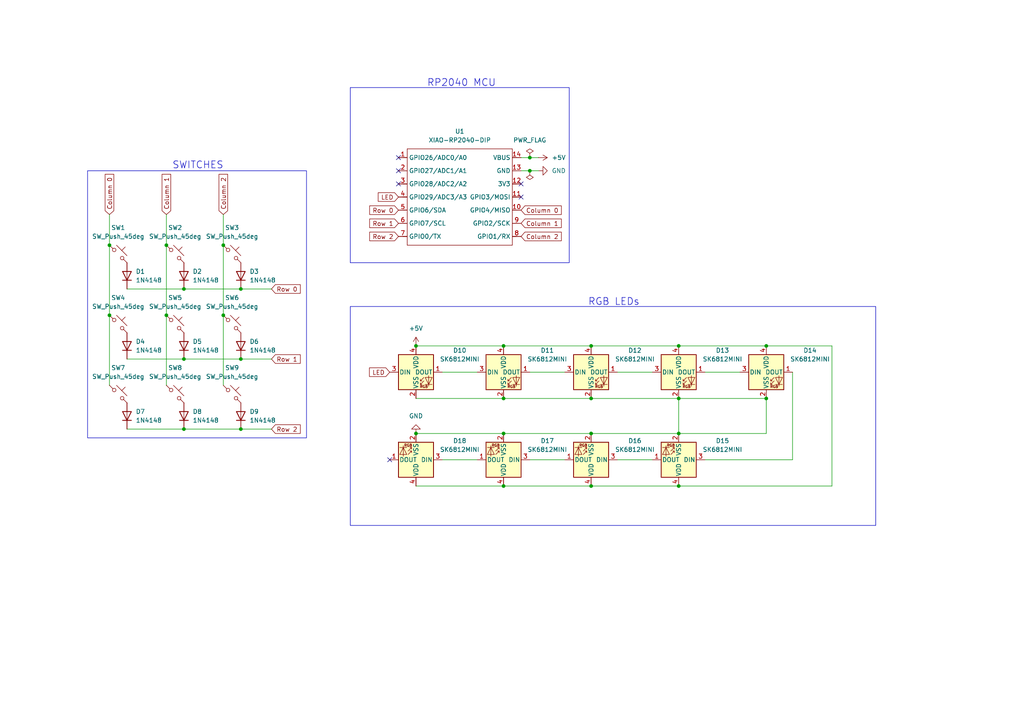
<source format=kicad_sch>
(kicad_sch (version 20231120) (generator "eeschema") (generator_version "8.0")
  (paper "A4")
  (title_block (title "KawaiiPad") (date "10/02/2025") (rev "2") (comment 1 "junyali") (comment 2 "https://github.com/junyali/KawaiiPad") (comment 3 "kawaiipad :3"))
  (lib_symbols
    (symbol "Diode:1N4148" (pin_numbers hide) (pin_names hide)
      (property "Reference" "D" (at 0 2.54 0))
      (property "Value" "1N4148" (at 0 -2.54 0))
      (symbol "1N4148_0_1"
        (polyline (pts (xy -1.27 1.27) (xy -1.27 -1.27)) (stroke (width 0.254)))
        (polyline (pts (xy 1.27 0) (xy -1.27 0)))
        (polyline (pts (xy 1.27 1.27) (xy 1.27 -1.27) (xy -1.27 0) (xy 1.27 1.27)) (stroke (width 0.254)))
      )
      (symbol "1N4148_1_1"
        (pin passive line (at -3.81 0 0) (length 2.54) (name "K") (number "1"))
        (pin passive line (at 3.81 0 180) (length 2.54) (name "A") (number "2"))
      )
    )
    (symbol "LED:SK6812MINI" (pin_names (offset 0.254))
      (property "Reference" "D" (at 5.08 5.715 0))
      (property "Value" "SK6812MINI" (at 1.27 -5.715 0))
      (symbol "SK6812MINI_0_0"
        (text "RGB" (at 2.286 -4.191 0) (effects (font (size 0.762 0.762))))
      )
      (symbol "SK6812MINI_0_1"
        (polyline (pts (xy 1.27 -3.556) (xy 1.778 -3.556)))
        (polyline (pts (xy 1.27 -2.54) (xy 1.778 -2.54)))
        (polyline (pts (xy 4.699 -3.556) (xy 2.667 -3.556)))
        (polyline (pts (xy 2.286 -2.54) (xy 1.27 -3.556) (xy 1.27 -3.048)))
        (polyline (pts (xy 2.286 -1.524) (xy 1.27 -2.54) (xy 1.27 -2.032)))
        (polyline (pts (xy 3.683 -1.016) (xy 3.683 -3.556) (xy 3.683 -4.064)))
        (polyline (pts (xy 4.699 -1.524) (xy 2.667 -1.524) (xy 3.683 -3.556) (xy 4.699 -1.524)))
        (rectangle (start 5.08 5.08) (end -5.08 -5.08) (stroke (width 0.254)) (fill (type background)))
      )
      (symbol "SK6812MINI_1_1"
        (pin output line (at 7.62 0 180) (length 2.54) (name "DOUT") (number "1"))
        (pin power_in line (at 0 -7.62 90) (length 2.54) (name "VSS") (number "2"))
        (pin input line (at -7.62 0 0) (length 2.54) (name "DIN") (number "3"))
        (pin power_in line (at 0 7.62 270) (length 2.54) (name "VDD") (number "4"))
      )
    )
    (symbol "OPL:XIAO-RP2040-DIP"
      (property "Reference" "U" (at 0 0 0))
      (property "Value" "XIAO-RP2040-DIP" (at 5.334 -1.778 0))
      (symbol "XIAO-RP2040-DIP_1_0"
        (polyline (pts (xy -1.27 -30.48) (xy -1.27 -16.51)) (stroke (width 0.1524)))
        (polyline (pts (xy -1.27 -27.94) (xy -2.54 -27.94)) (stroke (width 0.1524)))
        (polyline (pts (xy -1.27 -24.13) (xy -2.54 -24.13)) (stroke (width 0.1524)))
        (polyline (pts (xy -1.27 -20.32) (xy -2.54 -20.32)) (stroke (width 0.1524)))
        (polyline (pts (xy -1.27 -16.51) (xy -2.54 -16.51)) (stroke (width 0.1524)))
        (polyline (pts (xy -1.27 -16.51) (xy -1.27 -12.7)) (stroke (width 0.1524)))
        (polyline (pts (xy -1.27 -12.7) (xy -2.54 -12.7)) (stroke (width 0.1524)))
        (polyline (pts (xy -1.27 -12.7) (xy -1.27 -8.89)) (stroke (width 0.1524)))
        (polyline (pts (xy -1.27 -8.89) (xy -2.54 -8.89)) (stroke (width 0.1524)))
        (polyline (pts (xy -1.27 -8.89) (xy -1.27 -5.08)) (stroke (width 0.1524)))
        (polyline (pts (xy -1.27 -5.08) (xy -2.54 -5.08)) (stroke (width 0.1524)))
        (polyline (pts (xy -1.27 -5.08) (xy -1.27 -2.54)) (stroke (width 0.1524)))
        (polyline (pts (xy -1.27 -2.54) (xy 29.21 -2.54)) (stroke (width 0.1524)))
        (polyline (pts (xy 29.21 -30.48) (xy -1.27 -30.48)) (stroke (width 0.1524)))
        (polyline (pts (xy 29.21 -12.7) (xy 29.21 -30.48)) (stroke (width 0.1524)))
        (polyline (pts (xy 29.21 -8.89) (xy 29.21 -12.7)) (stroke (width 0.1524)))
        (polyline (pts (xy 29.21 -5.08) (xy 29.21 -8.89)) (stroke (width 0.1524)))
        (polyline (pts (xy 29.21 -2.54) (xy 29.21 -5.08)) (stroke (width 0.1524)))
        (polyline (pts (xy 30.48 -27.94) (xy 29.21 -27.94)) (stroke (width 0.1524)))
        (polyline (pts (xy 30.48 -24.13) (xy 29.21 -24.13)) (stroke (width 0.1524)))
        (polyline (pts (xy 30.48 -20.32) (xy 29.21 -20.32)) (stroke (width 0.1524)))
        (polyline (pts (xy 30.48 -16.51) (xy 29.21 -16.51)) (stroke (width 0.1524)))
        (polyline (pts (xy 30.48 -12.7) (xy 29.21 -12.7)) (stroke (width 0.1524)))
        (polyline (pts (xy 30.48 -8.89) (xy 29.21 -8.89)) (stroke (width 0.1524)))
        (polyline (pts (xy 30.48 -5.08) (xy 29.21 -5.08)) (stroke (width 0.1524)))
        (pin passive line (at -3.81 -5.08 0) (length 2.54) (name "GPIO26/ADC0/A0") (number "1"))
        (pin passive line (at 31.75 -20.32 180) (length 2.54) (name "GPIO4/MISO") (number "10"))
        (pin passive line (at 31.75 -16.51 180) (length 2.54) (name "GPIO3/MOSI") (number "11"))
        (pin passive line (at 31.75 -12.7 180) (length 2.54) (name "3V3") (number "12"))
        (pin passive line (at 31.75 -8.89 180) (length 2.54) (name "GND") (number "13"))
        (pin passive line (at 31.75 -5.08 180) (length 2.54) (name "VBUS") (number "14"))
        (pin passive line (at -3.81 -8.89 0) (length 2.54) (name "GPIO27/ADC1/A1") (number "2"))
        (pin passive line (at -3.81 -12.7 0) (length 2.54) (name "GPIO28/ADC2/A2") (number "3"))
        (pin passive line (at -3.81 -16.51 0) (length 2.54) (name "GPIO29/ADC3/A3") (number "4"))
        (pin passive line (at -3.81 -20.32 0) (length 2.54) (name "GPIO6/SDA") (number "5"))
        (pin passive line (at -3.81 -24.13 0) (length 2.54) (name "GPIO7/SCL") (number "6"))
        (pin passive line (at -3.81 -27.94 0) (length 2.54) (name "GPIO0/TX") (number "7"))
        (pin passive line (at 31.75 -27.94 180) (length 2.54) (name "GPIO1/RX") (number "8"))
        (pin passive line (at 31.75 -24.13 180) (length 2.54) (name "GPIO2/SCK") (number "9"))
      )
    )
    (symbol "Switch:SW_Push_45deg" (pin_numbers hide) (pin_names (offset 1.016) hide)
      (property "Reference" "SW" (at 3.048 1.016 0))
      (property "Value" "SW_Push_45deg" (at 0 -3.81 0))
      (symbol "SW_Push_45deg_0_1"
        (circle (center -1.1684 1.1684) (radius 0.508))
        (polyline (pts (xy -0.508 2.54) (xy 2.54 -0.508)))
        (polyline (pts (xy 1.016 1.016) (xy 2.032 2.032)))
        (polyline (pts (xy -2.54 2.54) (xy -1.524 1.524) (xy -1.524 1.524)))
        (polyline (pts (xy 1.524 -1.524) (xy 2.54 -2.54) (xy 2.54 -2.54) (xy 2.54 -2.54)))
        (circle (center 1.143 -1.1938) (radius 0.508))
        (pin passive line (at -2.54 2.54 0) (length 0) (name "1") (number "1"))
        (pin passive line (at 2.54 -2.54 180) (length 0) (name "2") (number "2"))
      )
    )
    (symbol "power:+5V" (power) (pin_numbers hide) (pin_names (offset 0) hide)
      (property "Value" "+5V" (at 0 3.556 0))
      (symbol "+5V_0_1"
        (polyline (pts (xy -0.762 1.27) (xy 0 2.54)))
        (polyline (pts (xy 0 0) (xy 0 2.54)))
        (polyline (pts (xy 0 2.54) (xy 0.762 1.27)))
      )
      (symbol "+5V_1_1"
        (pin power_in line (at 0 0 90) (length 0) (name "~") (number "1"))
      )
    )
    (symbol "power:GND" (power) (pin_numbers hide) (pin_names (offset 0) hide)
      (property "Value" "GND" (at 0 -3.81 0))
      (symbol "GND_0_1"
        (polyline (pts (xy 0 0) (xy 0 -1.27) (xy 1.27 -1.27) (xy 0 -2.54) (xy -1.27 -1.27) (xy 0 -1.27)))
      )
      (symbol "GND_1_1"
        (pin power_in line (at 0 0 270) (length 0) (name "~") (number "1"))
      )
    )
    (symbol "power:PWR_FLAG" (power) (pin_numbers hide) (pin_names (offset 0) hide)
      (property "Value" "PWR_FLAG" (at 0 3.81 0))
      (symbol "PWR_FLAG_0_0"
        (pin power_out line (at 0 0 90) (length 0) (name "~") (number "1"))
      )
      (symbol "PWR_FLAG_0_1"
        (polyline (pts (xy 0 0) (xy 0 1.27) (xy -1.016 1.905) (xy 0 2.54) (xy 1.016 1.905) (xy 0 1.27)))
      )
    )
  )
  (junction (at 196.85 140.97))
  (junction (at 153.67 45.72))
  (junction (at 171.45 100.33))
  (junction (at 53.34 104.14))
  (junction (at 64.77 91.44))
  (junction (at 222.25 115.57))
  (junction (at 53.34 83.82))
  (junction (at 146.05 115.57))
  (junction (at 120.65 125.73))
  (junction (at 196.85 100.33))
  (junction (at 153.67 49.53))
  (junction (at 64.77 71.12))
  (junction (at 120.65 100.33))
  (junction (at 48.26 71.12))
  (junction (at 222.25 100.33))
  (junction (at 48.26 91.44))
  (junction (at 171.45 115.57))
  (junction (at 53.34 124.46))
  (junction (at 196.85 115.57))
  (junction (at 31.75 71.12))
  (junction (at 196.85 125.73))
  (junction (at 69.85 104.14))
  (junction (at 171.45 140.97))
  (junction (at 31.75 91.44))
  (junction (at 69.85 83.82))
  (junction (at 146.05 125.73))
  (junction (at 146.05 140.97))
  (junction (at 171.45 125.73))
  (junction (at 69.85 124.46))
  (junction (at 146.05 100.33))
  (no_connect (at 115.57 45.72))
  (no_connect (at 151.13 57.15))
  (no_connect (at 115.57 53.34))
  (no_connect (at 115.57 49.53))
  (no_connect (at 113.03 133.35))
  (no_connect (at 151.13 53.34))
  (wire (pts (xy 64.77 62.23) (xy 64.77 71.12)))
  (wire (pts (xy 36.83 104.14) (xy 53.34 104.14)))
  (wire (pts (xy 153.67 107.95) (xy 163.83 107.95)))
  (wire (pts (xy 53.34 104.14) (xy 69.85 104.14)))
  (wire (pts (xy 128.27 133.35) (xy 138.43 133.35)))
  (wire (pts (xy 146.05 140.97) (xy 171.45 140.97)))
  (wire (pts (xy 48.26 62.23) (xy 48.26 71.12)))
  (wire (pts (xy 120.65 100.33) (xy 146.05 100.33)))
  (wire (pts (xy 64.77 71.12) (xy 64.77 91.44)))
  (wire (pts (xy 69.85 104.14) (xy 78.74 104.14)))
  (wire (pts (xy 179.07 107.95) (xy 189.23 107.95)))
  (wire (pts (xy 153.67 133.35) (xy 163.83 133.35)))
  (wire (pts (xy 31.75 62.23) (xy 31.75 71.12)))
  (wire (pts (xy 196.85 100.33) (xy 222.25 100.33)))
  (wire (pts (xy 204.47 107.95) (xy 214.63 107.95)))
  (wire (pts (xy 171.45 115.57) (xy 196.85 115.57)))
  (wire (pts (xy 36.83 124.46) (xy 53.34 124.46)))
  (wire (pts (xy 196.85 115.57) (xy 222.25 115.57)))
  (wire (pts (xy 31.75 71.12) (xy 31.75 91.44)))
  (wire (pts (xy 156.21 49.53) (xy 153.67 49.53)))
  (wire (pts (xy 48.26 71.12) (xy 48.26 91.44)))
  (wire (pts (xy 196.85 125.73) (xy 196.85 115.57)))
  (wire (pts (xy 146.05 115.57) (xy 171.45 115.57)))
  (wire (pts (xy 53.34 124.46) (xy 69.85 124.46)))
  (wire (pts (xy 36.83 83.82) (xy 53.34 83.82)))
  (wire (pts (xy 222.25 100.33) (xy 241.3 100.33)))
  (wire (pts (xy 171.45 125.73) (xy 196.85 125.73)))
  (wire (pts (xy 179.07 133.35) (xy 189.23 133.35)))
  (wire (pts (xy 69.85 124.46) (xy 78.74 124.46)))
  (wire (pts (xy 146.05 100.33) (xy 171.45 100.33)))
  (wire (pts (xy 196.85 140.97) (xy 241.3 140.97)))
  (wire (pts (xy 64.77 91.44) (xy 64.77 111.76)))
  (wire (pts (xy 120.65 140.97) (xy 146.05 140.97)))
  (wire (pts (xy 153.67 45.72) (xy 151.13 45.72)))
  (wire (pts (xy 241.3 140.97) (xy 241.3 100.33)))
  (wire (pts (xy 120.65 115.57) (xy 146.05 115.57)))
  (wire (pts (xy 53.34 83.82) (xy 69.85 83.82)))
  (wire (pts (xy 146.05 125.73) (xy 171.45 125.73)))
  (wire (pts (xy 128.27 107.95) (xy 138.43 107.95)))
  (wire (pts (xy 48.26 91.44) (xy 48.26 111.76)))
  (wire (pts (xy 31.75 91.44) (xy 31.75 111.76)))
  (wire (pts (xy 229.87 133.35) (xy 204.47 133.35)))
  (wire (pts (xy 120.65 125.73) (xy 146.05 125.73)))
  (wire (pts (xy 196.85 125.73) (xy 222.25 125.73)))
  (wire (pts (xy 229.87 107.95) (xy 229.87 133.35)))
  (wire (pts (xy 222.25 125.73) (xy 222.25 115.57)))
  (wire (pts (xy 156.21 45.72) (xy 153.67 45.72)))
  (wire (pts (xy 153.67 49.53) (xy 151.13 49.53)))
  (wire (pts (xy 69.85 83.82) (xy 78.74 83.82)))
  (wire (pts (xy 171.45 140.97) (xy 196.85 140.97)))
  (wire (pts (xy 171.45 100.33) (xy 196.85 100.33)))
  (rectangle (start 25.4 49.53) (end 88.9 127))
  (rectangle (start 101.6 88.9) (end 254 152.4))
  (rectangle (start 101.6 25.4) (end 165.1 76.2))
  (text "SWITCHES" (at 57.404 48.006 0) (effects (font (size 2.032 2.032))))
  (text "RGB LEDs" (at 178.054 87.63 0) (effects (font (size 2.032 2.032))))
  (text "RP2040 MCU" (at 133.858 24.13 0) (effects (font (size 2.032 2.032))))
  (global_label "Row 0" (shape input) (at 115.57 60.96 180) (property "Intersheetrefs" "${INTERSHEET_REFS}" (effects (hide yes))))
  (global_label "Row 2" (shape input) (at 78.74 124.46 0) (property "Intersheetrefs" "${INTERSHEET_REFS}" (effects (hide yes))))
  (global_label "Column 0" (shape input) (at 31.75 62.23 90) (property "Intersheetrefs" "${INTERSHEET_REFS}" (effects (hide yes))))
  (global_label "Row 2" (shape input) (at 115.57 68.58 180) (property "Intersheetrefs" "${INTERSHEET_REFS}" (effects (hide yes))))
  (global_label "Row 0" (shape input) (at 78.74 83.82 0) (property "Intersheetrefs" "${INTERSHEET_REFS}" (effects (hide yes))))
  (global_label "Column 0" (shape input) (at 151.13 60.96 0) (property "Intersheetrefs" "${INTERSHEET_REFS}" (effects (hide yes))))
  (global_label "Column 1" (shape input) (at 151.13 64.77 0) (property "Intersheetrefs" "${INTERSHEET_REFS}" (effects (hide yes))))
  (global_label "LED" (shape input) (at 115.57 57.15 180) (property "Intersheetrefs" "${INTERSHEET_REFS}" (effects (hide yes))))
  (global_label "LED" (shape input) (at 113.03 107.95 180) (property "Intersheetrefs" "${INTERSHEET_REFS}" (effects (hide yes))))
  (global_label "Column 2" (shape input) (at 64.77 62.23 90) (property "Intersheetrefs" "${INTERSHEET_REFS}" (effects (hide yes))))
  (global_label "Column 1" (shape input) (at 48.26 62.23 90) (property "Intersheetrefs" "${INTERSHEET_REFS}" (effects (hide yes))))
  (global_label "Column 2" (shape input) (at 151.13 68.58 0) (property "Intersheetrefs" "${INTERSHEET_REFS}" (effects (hide yes))))
  (global_label "Row 1" (shape input) (at 78.74 104.14 0) (property "Intersheetrefs" "${INTERSHEET_REFS}" (effects (hide yes))))
  (global_label "Row 1" (shape input) (at 115.57 64.77 180) (property "Intersheetrefs" "${INTERSHEET_REFS}" (effects (hide yes))))
  (symbol (lib_id "power:GND") (at 156.21 49.53 90) (unit 1)
    (property "Reference" "#PWR03" (effects (hide yes)))
    (property "Value" "GND" (at 160.02 49.5299 90) (effects (justify right)))
    (property "Description" "Power symbol creates a global label with name \"GND\" , ground" (effects (hide yes)))
  )
  (symbol (lib_id "power:GND") (at 120.65 125.73 180) (unit 1)
    (property "Reference" "#PWR01" (effects (hide yes)))
    (property "Value" "GND" (at 120.65 120.65 0))
    (property "Description" "Power symbol creates a global label with name \"GND\" , ground" (effects (hide yes)))
  )
  (symbol (lib_id "Diode:1N4148") (at 53.34 100.33 90) (unit 1)
    (property "Reference" "D5" (at 55.88 99.0599 90) (effects (justify right)))
    (property "Value" "1N4148" (at 55.88 101.5999 90) (effects (justify right)))
    (property "Footprint" "DiodeLibrary:Diode-Hybrid-Dual" (effects (hide yes)))
    (property "Datasheet" "https://assets.nexperia.com/documents/data-sheet/1N4148_1N4448.pdf" (effects (hide yes)))
    (property "Description" "100V 0.15A standard switching diode, DO-35" (effects (hide yes)))
    (property "Sim.Device" "D" (effects (hide yes)))
    (property "Sim.Pins" "1=K 2=A" (effects (hide yes)))
  )
  (symbol (lib_id "LED:SK6812MINI") (at 120.65 107.95 0) (unit 1)
    (property "Reference" "D10" (at 133.35 101.6314 0))
    (property "Value" "SK6812MINI" (at 133.35 104.1714 0))
    (property "Footprint" "LED_SMD:LED_SK6812MINI_PLCC4_3.5x3.5mm_P1.75mm" (effects (hide yes)))
    (property "Datasheet" "https://cdn-shop.adafruit.com/product-files/2686/SK6812MINI_REV.01-1-2.pdf" (effects (hide yes)))
    (property "Description" "RGB LED with integrated controller" (effects (hide yes)))
  )
  (symbol (lib_id "Switch:SW_Push_45deg") (at 67.31 114.3 0) (unit 1)
    (property "Reference" "SW9" (at 67.31 106.68 0))
    (property "Value" "SW_Push_45deg" (at 67.31 109.22 0))
    (property "Footprint" "Button_Switch_Keyboard:SW_Cherry_MX_1.00u_PCB" (effects (hide yes)))
    (property "Description" "Push button switch, normally open, two pins, 45° tilted" (effects (hide yes)))
  )
  (symbol (lib_id "LED:SK6812MINI") (at 146.05 107.95 0) (unit 1)
    (property "Reference" "D11" (at 158.75 101.6314 0))
    (property "Value" "SK6812MINI" (at 158.75 104.1714 0))
    (property "Footprint" "LED_SMD:LED_SK6812MINI_PLCC4_3.5x3.5mm_P1.75mm" (effects (hide yes)))
    (property "Datasheet" "https://cdn-shop.adafruit.com/product-files/2686/SK6812MINI_REV.01-1-2.pdf" (effects (hide yes)))
    (property "Description" "RGB LED with integrated controller" (effects (hide yes)))
  )
  (symbol (lib_id "power:PWR_FLAG") (at 153.67 45.72 0) (unit 1)
    (property "Reference" "#FLG01" (effects (hide yes)))
    (property "Value" "PWR_FLAG" (at 153.67 40.64 0))
    (property "Description" "Special symbol for telling ERC where power comes from" (effects (hide yes)))
  )
  (symbol (lib_id "OPL:XIAO-RP2040-DIP") (at 119.38 40.64 0) (unit 1)
    (property "Reference" "U1" (at 133.35 38.1 0))
    (property "Value" "XIAO-RP2040-DIP" (at 133.35 40.64 0))
    (property "Footprint" "OPL:XIAO-RP2040-DIP" (effects (hide yes)))
  )
  (symbol (lib_id "LED:SK6812MINI") (at 222.25 107.95 0) (unit 1)
    (property "Reference" "D14" (at 234.95 101.6314 0))
    (property "Value" "SK6812MINI" (at 234.95 104.1714 0))
    (property "Footprint" "LED_SMD:LED_SK6812MINI_PLCC4_3.5x3.5mm_P1.75mm" (effects (hide yes)))
    (property "Datasheet" "https://cdn-shop.adafruit.com/product-files/2686/SK6812MINI_REV.01-1-2.pdf" (effects (hide yes)))
    (property "Description" "RGB LED with integrated controller" (effects (hide yes)))
  )
  (symbol (lib_id "power:+5V") (at 120.65 100.33 0) (unit 1)
    (property "Reference" "#PWR02" (effects (hide yes)))
    (property "Value" "+5V" (at 120.65 95.25 0))
    (property "Description" "Power symbol creates a global label with name \"+5V\"" (effects (hide yes)))
  )
  (symbol (lib_id "Switch:SW_Push_45deg") (at 34.29 93.98 0) (unit 1)
    (property "Reference" "SW4" (at 34.29 86.36 0))
    (property "Value" "SW_Push_45deg" (at 34.29 88.9 0))
    (property "Footprint" "Button_Switch_Keyboard:SW_Cherry_MX_1.00u_PCB" (effects (hide yes)))
    (property "Description" "Push button switch, normally open, two pins, 45° tilted" (effects (hide yes)))
  )
  (symbol (lib_id "Diode:1N4148") (at 69.85 120.65 90) (unit 1)
    (property "Reference" "D9" (at 72.39 119.3799 90) (effects (justify right)))
    (property "Value" "1N4148" (at 72.39 121.9199 90) (effects (justify right)))
    (property "Footprint" "DiodeLibrary:Diode-Hybrid-Dual" (effects (hide yes)))
    (property "Datasheet" "https://assets.nexperia.com/documents/data-sheet/1N4148_1N4448.pdf" (effects (hide yes)))
    (property "Description" "100V 0.15A standard switching diode, DO-35" (effects (hide yes)))
    (property "Sim.Device" "D" (effects (hide yes)))
    (property "Sim.Pins" "1=K 2=A" (effects (hide yes)))
  )
  (symbol (lib_id "LED:SK6812MINI") (at 120.65 133.35 180) (unit 1)
    (property "Reference" "D18" (at 133.35 127.8538 0))
    (property "Value" "SK6812MINI" (at 133.35 130.3938 0))
    (property "Footprint" "LED_SMD:LED_SK6812MINI_PLCC4_3.5x3.5mm_P1.75mm" (effects (hide yes)))
    (property "Datasheet" "https://cdn-shop.adafruit.com/product-files/2686/SK6812MINI_REV.01-1-2.pdf" (effects (hide yes)))
    (property "Description" "RGB LED with integrated controller" (effects (hide yes)))
  )
  (symbol (lib_id "Switch:SW_Push_45deg") (at 34.29 73.66 0) (unit 1)
    (property "Reference" "SW1" (at 34.29 66.04 0))
    (property "Value" "SW_Push_45deg" (at 34.29 68.58 0))
    (property "Footprint" "Button_Switch_Keyboard:SW_Cherry_MX_1.00u_PCB" (effects (hide yes)))
    (property "Description" "Push button switch, normally open, two pins, 45° tilted" (effects (hide yes)))
  )
  (symbol (lib_id "Diode:1N4148") (at 53.34 80.01 90) (unit 1)
    (property "Reference" "D2" (at 55.88 78.7399 90) (effects (justify right)))
    (property "Value" "1N4148" (at 55.88 81.2799 90) (effects (justify right)))
    (property "Footprint" "DiodeLibrary:Diode-Hybrid-Dual" (effects (hide yes)))
    (property "Datasheet" "https://assets.nexperia.com/documents/data-sheet/1N4148_1N4448.pdf" (effects (hide yes)))
    (property "Description" "100V 0.15A standard switching diode, DO-35" (effects (hide yes)))
    (property "Sim.Device" "D" (effects (hide yes)))
    (property "Sim.Pins" "1=K 2=A" (effects (hide yes)))
  )
  (symbol (lib_id "LED:SK6812MINI") (at 171.45 107.95 0) (unit 1)
    (property "Reference" "D12" (at 184.15 101.6314 0))
    (property "Value" "SK6812MINI" (at 184.15 104.1714 0))
    (property "Footprint" "LED_SMD:LED_SK6812MINI_PLCC4_3.5x3.5mm_P1.75mm" (effects (hide yes)))
    (property "Datasheet" "https://cdn-shop.adafruit.com/product-files/2686/SK6812MINI_REV.01-1-2.pdf" (effects (hide yes)))
    (property "Description" "RGB LED with integrated controller" (effects (hide yes)))
  )
  (symbol (lib_id "Diode:1N4148") (at 36.83 120.65 90) (unit 1)
    (property "Reference" "D7" (at 39.37 119.3799 90) (effects (justify right)))
    (property "Value" "1N4148" (at 39.37 121.9199 90) (effects (justify right)))
    (property "Footprint" "DiodeLibrary:Diode-Hybrid-Dual" (effects (hide yes)))
    (property "Datasheet" "https://assets.nexperia.com/documents/data-sheet/1N4148_1N4448.pdf" (effects (hide yes)))
    (property "Description" "100V 0.15A standard switching diode, DO-35" (effects (hide yes)))
    (property "Sim.Device" "D" (effects (hide yes)))
    (property "Sim.Pins" "1=K 2=A" (effects (hide yes)))
  )
  (symbol (lib_id "LED:SK6812MINI") (at 196.85 107.95 0) (unit 1)
    (property "Reference" "D13" (at 209.55 101.6314 0))
    (property "Value" "SK6812MINI" (at 209.55 104.1714 0))
    (property "Footprint" "LED_SMD:LED_SK6812MINI_PLCC4_3.5x3.5mm_P1.75mm" (effects (hide yes)))
    (property "Datasheet" "https://cdn-shop.adafruit.com/product-files/2686/SK6812MINI_REV.01-1-2.pdf" (effects (hide yes)))
    (property "Description" "RGB LED with integrated controller" (effects (hide yes)))
  )
  (symbol (lib_id "Diode:1N4148") (at 69.85 100.33 90) (unit 1)
    (property "Reference" "D6" (at 72.39 99.0599 90) (effects (justify right)))
    (property "Value" "1N4148" (at 72.39 101.5999 90) (effects (justify right)))
    (property "Footprint" "DiodeLibrary:Diode-Hybrid-Dual" (effects (hide yes)))
    (property "Datasheet" "https://assets.nexperia.com/documents/data-sheet/1N4148_1N4448.pdf" (effects (hide yes)))
    (property "Description" "100V 0.15A standard switching diode, DO-35" (effects (hide yes)))
    (property "Sim.Device" "D" (effects (hide yes)))
    (property "Sim.Pins" "1=K 2=A" (effects (hide yes)))
  )
  (symbol (lib_id "LED:SK6812MINI") (at 171.45 133.35 180) (unit 1)
    (property "Reference" "D16" (at 184.15 127.8538 0))
    (property "Value" "SK6812MINI" (at 184.15 130.3938 0))
    (property "Footprint" "LED_SMD:LED_SK6812MINI_PLCC4_3.5x3.5mm_P1.75mm" (effects (hide yes)))
    (property "Datasheet" "https://cdn-shop.adafruit.com/product-files/2686/SK6812MINI_REV.01-1-2.pdf" (effects (hide yes)))
    (property "Description" "RGB LED with integrated controller" (effects (hide yes)))
  )
  (symbol (lib_id "power:PWR_FLAG") (at 153.67 49.53 180) (unit 1)
    (property "Reference" "#FLG02" (effects (hide yes)))
    (property "Value" "PWR_FLAG" (effects (hide yes)))
    (property "Description" "Special symbol for telling ERC where power comes from" (effects (hide yes)))
  )
  (symbol (lib_id "Diode:1N4148") (at 69.85 80.01 90) (unit 1)
    (property "Reference" "D3" (at 72.39 78.7399 90) (effects (justify right)))
    (property "Value" "1N4148" (at 72.39 81.2799 90) (effects (justify right)))
    (property "Footprint" "DiodeLibrary:Diode-Hybrid-Dual" (effects (hide yes)))
    (property "Datasheet" "https://assets.nexperia.com/documents/data-sheet/1N4148_1N4448.pdf" (effects (hide yes)))
    (property "Description" "100V 0.15A standard switching diode, DO-35" (effects (hide yes)))
    (property "Sim.Device" "D" (effects (hide yes)))
    (property "Sim.Pins" "1=K 2=A" (effects (hide yes)))
  )
  (symbol (lib_id "Switch:SW_Push_45deg") (at 50.8 73.66 0) (unit 1)
    (property "Reference" "SW2" (at 50.8 66.04 0))
    (property "Value" "SW_Push_45deg" (at 50.8 68.58 0))
    (property "Footprint" "Button_Switch_Keyboard:SW_Cherry_MX_1.00u_PCB" (effects (hide yes)))
    (property "Description" "Push button switch, normally open, two pins, 45° tilted" (effects (hide yes)))
  )
  (symbol (lib_id "Diode:1N4148") (at 36.83 80.01 90) (unit 1)
    (property "Reference" "D1" (at 39.37 78.7399 90) (effects (justify right)))
    (property "Value" "1N4148" (at 39.37 81.2799 90) (effects (justify right)))
    (property "Footprint" "DiodeLibrary:Diode-Hybrid-Dual" (effects (hide yes)))
    (property "Datasheet" "https://assets.nexperia.com/documents/data-sheet/1N4148_1N4448.pdf" (effects (hide yes)))
    (property "Description" "100V 0.15A standard switching diode, DO-35" (effects (hide yes)))
    (property "Sim.Device" "D" (effects (hide yes)))
    (property "Sim.Pins" "1=K 2=A" (effects (hide yes)))
  )
  (symbol (lib_id "Switch:SW_Push_45deg") (at 50.8 114.3 0) (unit 1)
    (property "Reference" "SW8" (at 50.8 106.68 0))
    (property "Value" "SW_Push_45deg" (at 50.8 109.22 0))
    (property "Footprint" "Button_Switch_Keyboard:SW_Cherry_MX_1.00u_PCB" (effects (hide yes)))
    (property "Description" "Push button switch, normally open, two pins, 45° tilted" (effects (hide yes)))
  )
  (symbol (lib_id "LED:SK6812MINI") (at 196.85 133.35 180) (unit 1)
    (property "Reference" "D15" (at 209.55 127.8538 0))
    (property "Value" "SK6812MINI" (at 209.55 130.3938 0))
    (property "Footprint" "LED_SMD:LED_SK6812MINI_PLCC4_3.5x3.5mm_P1.75mm" (effects (hide yes)))
    (property "Datasheet" "https://cdn-shop.adafruit.com/product-files/2686/SK6812MINI_REV.01-1-2.pdf" (effects (hide yes)))
    (property "Description" "RGB LED with integrated controller" (effects (hide yes)))
  )
  (symbol (lib_id "Switch:SW_Push_45deg") (at 67.31 93.98 0) (unit 1)
    (property "Reference" "SW6" (at 67.31 86.36 0))
    (property "Value" "SW_Push_45deg" (at 67.31 88.9 0))
    (property "Footprint" "Button_Switch_Keyboard:SW_Cherry_MX_1.00u_PCB" (effects (hide yes)))
    (property "Description" "Push button switch, normally open, two pins, 45° tilted" (effects (hide yes)))
  )
  (symbol (lib_id "power:+5V") (at 156.21 45.72 270) (unit 1)
    (property "Reference" "#PWR04" (effects (hide yes)))
    (property "Value" "+5V" (at 160.02 45.7199 90) (effects (justify left)))
    (property "Description" "Power symbol creates a global label with name \"+5V\"" (effects (hide yes)))
  )
  (symbol (lib_id "Switch:SW_Push_45deg") (at 34.29 114.3 0) (unit 1)
    (property "Reference" "SW7" (at 34.29 106.68 0))
    (property "Value" "SW_Push_45deg" (at 34.29 109.22 0))
    (property "Footprint" "Button_Switch_Keyboard:SW_Cherry_MX_1.00u_PCB" (effects (hide yes)))
    (property "Description" "Push button switch, normally open, two pins, 45° tilted" (effects (hide yes)))
  )
  (symbol (lib_id "Switch:SW_Push_45deg") (at 50.8 93.98 0) (unit 1)
    (property "Reference" "SW5" (at 50.8 86.36 0))
    (property "Value" "SW_Push_45deg" (at 50.8 88.9 0))
    (property "Footprint" "Button_Switch_Keyboard:SW_Cherry_MX_1.00u_PCB" (effects (hide yes)))
    (property "Description" "Push button switch, normally open, two pins, 45° tilted" (effects (hide yes)))
  )
  (symbol (lib_id "Switch:SW_Push_45deg") (at 67.31 73.66 0) (unit 1)
    (property "Reference" "SW3" (at 67.31 66.04 0))
    (property "Value" "SW_Push_45deg" (at 67.31 68.58 0))
    (property "Footprint" "Button_Switch_Keyboard:SW_Cherry_MX_1.00u_PCB" (effects (hide yes)))
    (property "Description" "Push button switch, normally open, two pins, 45° tilted" (effects (hide yes)))
  )
  (symbol (lib_id "Diode:1N4148") (at 36.83 100.33 90) (unit 1)
    (property "Reference" "D4" (at 39.37 99.0599 90) (effects (justify right)))
    (property "Value" "1N4148" (at 39.37 101.5999 90) (effects (justify right)))
    (property "Footprint" "DiodeLibrary:Diode-Hybrid-Dual" (effects (hide yes)))
    (property "Datasheet" "https://assets.nexperia.com/documents/data-sheet/1N4148_1N4448.pdf" (effects (hide yes)))
    (property "Description" "100V 0.15A standard switching diode, DO-35" (effects (hide yes)))
    (property "Sim.Device" "D" (effects (hide yes)))
    (property "Sim.Pins" "1=K 2=A" (effects (hide yes)))
  )
  (symbol (lib_id "LED:SK6812MINI") (at 146.05 133.35 180) (unit 1)
    (property "Reference" "D17" (at 158.75 127.8538 0))
    (property "Value" "SK6812MINI" (at 158.75 130.3938 0))
    (property "Footprint" "LED_SMD:LED_SK6812MINI_PLCC4_3.5x3.5mm_P1.75mm" (effects (hide yes)))
    (property "Datasheet" "https://cdn-shop.adafruit.com/product-files/2686/SK6812MINI_REV.01-1-2.pdf" (effects (hide yes)))
    (property "Description" "RGB LED with integrated controller" (effects (hide yes)))
  )
  (symbol (lib_id "Diode:1N4148") (at 53.34 120.65 90) (unit 1)
    (property "Reference" "D8" (at 55.88 119.3799 90) (effects (justify right)))
    (property "Value" "1N4148" (at 55.88 121.9199 90) (effects (justify right)))
    (property "Footprint" "DiodeLibrary:Diode-Hybrid-Dual" (effects (hide yes)))
    (property "Datasheet" "https://assets.nexperia.com/documents/data-sheet/1N4148_1N4448.pdf" (effects (hide yes)))
    (property "Description" "100V 0.15A standard switching diode, DO-35" (effects (hide yes)))
    (property "Sim.Device" "D" (effects (hide yes)))
    (property "Sim.Pins" "1=K 2=A" (effects (hide yes)))
  )
)
</source>
